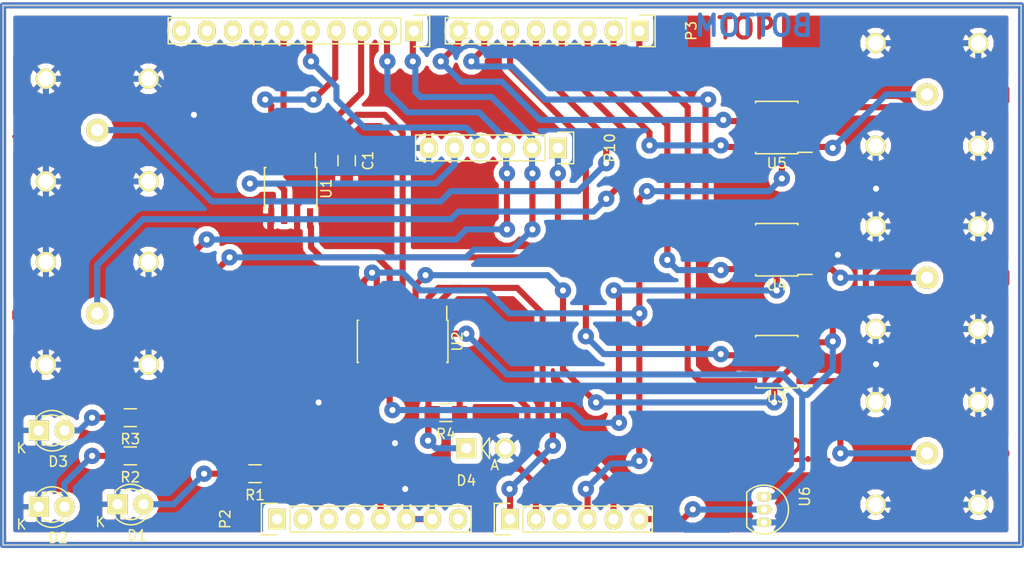
<source format=kicad_pcb>
(kicad_pcb (version 4) (host pcbnew 4.0.2+dfsg1-stable)
  (layers (0 F.Cu signal) (31 B.Cu signal) (34 B.Paste user) (35 F.Paste user) (36 B.SilkS user) (37 F.SilkS user) (38 B.Mask user) (39 F.Mask user) (44 Edge.Cuts user))
  (net 0 "")
  (net 1 GND)
  (net 2 /DAC0)
  (net 3 "Net-(D1-Pad2)")
  (net 4 "Net-(D2-Pad2)")
  (net 5 "Net-(D3-Pad2)")
  (net 6 "Net-(D4-Pad1)")
  (net 7 /BNC0)
  (net 8 /BNC1)
  (net 9 /BNC2)
  (net 10 /AI0)
  (net 11 /D0)
  (net 12 /AI1)
  (net 13 /D1)
  (net 14 /D2)
  (net 15 /D3)
  (net 16 /D4)
  (net 17 /D5)
  (net 18 /D6)
  (net 19 /D7)
  (net 20 /D8)
  (net 21 /D9)
  (net 22 /AD5)
  (net 23 /D10)
  (net 24 /AD0)
  (net 25 /AD1)
  (net 26 /AD4)
  (net 27 +5V)
  (net 28 /D11)
  (net 29 /D12)
  (net 30 /D13)
  (net 31 /DAC1)
  (net 32 "Net-(U1-Pad8)")
  (module LEDs:LED-3MM (layer F.Cu) (at 111.25 149)
    (fp_text reference D1 (at 1.91 3.06) (layer F.SilkS))
    (fp_text value LED)
    (fp_text user K (at -1.69 1.74) (layer F.SilkS))
    (pad 1 thru_hole rect (at 0 0 90) (size 2 2) (drill 1.00076) (layers *.Cu *.Mask F.SilkS) (net 1 GND))
    (pad 2 thru_hole circle (at 2.54 0) (size 2 2) (drill 1.00076) (layers *.Cu *.Mask F.SilkS) (net 3 "Net-(D1-Pad2)"))
  )
  (module LEDs:LED-3MM (layer F.Cu) (at 103.5 149.25)
    (fp_text reference D2 (at 1.91 3.06) (layer F.SilkS))
    (fp_text value LED)
    (fp_text user K (at -1.69 1.74) (layer F.SilkS))
    (pad 1 thru_hole rect (at 0 0 90) (size 2 2) (drill 1.00076) (layers *.Cu *.Mask F.SilkS) (net 1 GND))
    (pad 2 thru_hole circle (at 2.54 0) (size 2 2) (drill 1.00076) (layers *.Cu *.Mask F.SilkS) (net 4 "Net-(D2-Pad2)"))
  )
  (module LEDs:LED-3MM (layer F.Cu) (at 103.5 141.75)
    (fp_text reference D3 (at 1.91 3.06) (layer F.SilkS))
    (fp_text value LED)
    (fp_text user K (at -1.69 1.74) (layer F.SilkS))
    (pad 1 thru_hole rect (at 0 0 90) (size 2 2) (drill 1.00076) (layers *.Cu *.Mask F.SilkS) (net 1 GND))
    (pad 2 thru_hole circle (at 2.54 0) (size 2 2) (drill 1.00076) (layers *.Cu *.Mask F.SilkS) (net 5 "Net-(D3-Pad2)"))
  )
  (module Diodes_ThroughHole:Diode_DO-41_SOD81_Vertical_AnodeUp (layer F.Cu) (at 145.5 143.5)
    (fp_text reference D4 (at 0 3.175) (layer F.SilkS))
    (fp_text value photodiode)
    (fp_text user A (at 2.794 1.651) (layer F.SilkS))
    (pad 2 thru_hole circle (at 3.81 0) (size 1.99898 1.99898) (drill 1.27) (layers *.Cu *.Mask F.SilkS) (net 1 GND))
    (pad 1 thru_hole rect (at 0 0) (size 1.99898 1.99898) (drill 1.00076) (layers *.Cu *.Mask F.SilkS) (net 6 "Net-(D4-Pad1)"))
  )
  (module Pin_Headers:Pin_Header_Straight_1x08 (layer F.Cu) (at 126.92 150.46 90)
    (fp_text reference P2 (at 0 -5.1 90) (layer F.SilkS))
    (fp_text value Power)
    (pad 1 thru_hole rect (at 0 0 90) (size 2.032 1.7272) (drill 1.016) (layers *.Cu *.Mask F.SilkS))
    (pad 2 thru_hole oval (at 0 2.54 90) (size 2.032 1.7272) (drill 1.016) (layers *.Cu *.Mask F.SilkS))
    (pad 3 thru_hole oval (at 0 5.08 90) (size 2.032 1.7272) (drill 1.016) (layers *.Cu *.Mask F.SilkS))
    (pad 4 thru_hole oval (at 0 7.62 90) (size 2.032 1.7272) (drill 1.016) (layers *.Cu *.Mask F.SilkS))
    (pad 5 thru_hole oval (at 0 10.16 90) (size 2.032 1.7272) (drill 1.016) (layers *.Cu *.Mask F.SilkS) (net 27 +5V))
    (pad 6 thru_hole oval (at 0 12.7 90) (size 2.032 1.7272) (drill 1.016) (layers *.Cu *.Mask F.SilkS) (net 1 GND))
    (pad 7 thru_hole oval (at 0 15.24 90) (size 2.032 1.7272) (drill 1.016) (layers *.Cu *.Mask F.SilkS) (net 1 GND))
    (pad 8 thru_hole oval (at 0 17.78 90) (size 2.032 1.7272) (drill 1.016) (layers *.Cu *.Mask F.SilkS))
  )
  (module Pin_Headers:Pin_Header_Straight_1x08 (layer F.Cu) (at 162.5 102.5 270)
    (fp_text reference P3 (at 0 -5.1 270) (layer F.SilkS))
    (fp_text value Digital1)
    (pad 1 thru_hole rect (at 0 0 270) (size 2.032 1.7272) (drill 1.016) (layers *.Cu *.Mask F.SilkS) (net 11 /D0))
    (pad 2 thru_hole oval (at 0 2.54 270) (size 2.032 1.7272) (drill 1.016) (layers *.Cu *.Mask F.SilkS) (net 13 /D1))
    (pad 3 thru_hole oval (at 0 5.08 270) (size 2.032 1.7272) (drill 1.016) (layers *.Cu *.Mask F.SilkS) (net 14 /D2))
    (pad 4 thru_hole oval (at 0 7.62 270) (size 2.032 1.7272) (drill 1.016) (layers *.Cu *.Mask F.SilkS) (net 15 /D3))
    (pad 5 thru_hole oval (at 0 10.16 270) (size 2.032 1.7272) (drill 1.016) (layers *.Cu *.Mask F.SilkS) (net 16 /D4))
    (pad 6 thru_hole oval (at 0 12.7 270) (size 2.032 1.7272) (drill 1.016) (layers *.Cu *.Mask F.SilkS) (net 17 /D5))
    (pad 7 thru_hole oval (at 0 15.24 270) (size 2.032 1.7272) (drill 1.016) (layers *.Cu *.Mask F.SilkS) (net 18 /D6))
    (pad 8 thru_hole oval (at 0 17.78 270) (size 2.032 1.7272) (drill 1.016) (layers *.Cu *.Mask F.SilkS) (net 19 /D7))
  )
  (module Pin_Headers:Pin_Header_Straight_1x10 (layer F.Cu) (at 140.35 102.5 270)
    (fp_text reference P4 (at 0 -5.1 270) (layer F.SilkS))
    (fp_text value Digital2)
    (pad 1 thru_hole rect (at 0 0 270) (size 2.032 1.7272) (drill 1.016) (layers *.Cu *.Mask F.SilkS) (net 20 /D8))
    (pad 2 thru_hole oval (at 0 2.54 270) (size 2.032 1.7272) (drill 1.016) (layers *.Cu *.Mask F.SilkS) (net 21 /D9))
    (pad 3 thru_hole oval (at 0 5.08 270) (size 2.032 1.7272) (drill 1.016) (layers *.Cu *.Mask F.SilkS) (net 23 /D10))
    (pad 4 thru_hole oval (at 0 7.62 270) (size 2.032 1.7272) (drill 1.016) (layers *.Cu *.Mask F.SilkS) (net 28 /D11))
    (pad 5 thru_hole oval (at 0 10.16 270) (size 2.032 1.7272) (drill 1.016) (layers *.Cu *.Mask F.SilkS) (net 29 /D12))
    (pad 6 thru_hole oval (at 0 12.7 270) (size 2.032 1.7272) (drill 1.016) (layers *.Cu *.Mask F.SilkS) (net 30 /D13))
    (pad 7 thru_hole oval (at 0 15.24 270) (size 2.032 1.7272) (drill 1.016) (layers *.Cu *.Mask F.SilkS) (net 1 GND))
    (pad 8 thru_hole oval (at 0 17.78 270) (size 2.032 1.7272) (drill 1.016) (layers *.Cu *.Mask F.SilkS))
    (pad 9 thru_hole oval (at 0 20.32 270) (size 2.032 1.7272) (drill 1.016) (layers *.Cu *.Mask F.SilkS))
    (pad 10 thru_hole oval (at 0 22.86 270) (size 2.032 1.7272) (drill 1.016) (layers *.Cu *.Mask F.SilkS))
  )
  (module Pin_Headers:Pin_Header_Straight_1x06 (layer F.Cu) (at 149.8 150.46 90)
    (fp_text reference P1 (at 0 -5.1 90) (layer F.SilkS))
    (fp_text value AnalogIn)
    (pad 1 thru_hole rect (at 0 0 90) (size 2.032 1.7272) (drill 1.016) (layers *.Cu *.Mask F.SilkS) (net 24 /AD0))
    (pad 2 thru_hole oval (at 0 2.54 90) (size 2.032 1.7272) (drill 1.016) (layers *.Cu *.Mask F.SilkS) (net 25 /AD1))
    (pad 3 thru_hole oval (at 0 5.08 90) (size 2.032 1.7272) (drill 1.016) (layers *.Cu *.Mask F.SilkS))
    (pad 4 thru_hole oval (at 0 7.62 90) (size 2.032 1.7272) (drill 1.016) (layers *.Cu *.Mask F.SilkS) (net 2 /DAC0))
    (pad 5 thru_hole oval (at 0 10.16 90) (size 2.032 1.7272) (drill 1.016) (layers *.Cu *.Mask F.SilkS) (net 26 /AD4))
    (pad 6 thru_hole oval (at 0 12.7 90) (size 2.032 1.7272) (drill 1.016) (layers *.Cu *.Mask F.SilkS) (net 22 /AD5))
  )
  (module Capacitors_SMD:C_0805_HandSoldering (layer F.Cu) (at 133.75 115.25 270)
    (fp_text reference C1 (at 0 -2.1 270) (layer F.SilkS))
    (fp_text value 100n)
    (pad 1 smd rect (at -1.25 0 270) (size 1.5 1.25) (layers F.Cu F.Paste F.Mask) (net 27 +5V))
    (pad 2 smd rect (at 1.25 0 270) (size 1.5 1.25) (layers F.Cu F.Paste F.Mask) (net 1 GND))
  )
  (module Pin_Headers:Pin_Header_Straight_1x06 (layer F.Cu) (at 154.5 114 270)
    (fp_text reference P10 (at 0 -5.1 270) (layer F.SilkS))
    (fp_text value CONN_01X06)
    (pad 1 thru_hole rect (at 0 0 270) (size 2.032 1.7272) (drill 1.016) (layers *.Cu *.Mask F.SilkS) (net 27 +5V))
    (pad 2 thru_hole oval (at 0 2.54 270) (size 2.032 1.7272) (drill 1.016) (layers *.Cu *.Mask F.SilkS) (net 20 /D8))
    (pad 3 thru_hole oval (at 0 5.08 270) (size 2.032 1.7272) (drill 1.016) (layers *.Cu *.Mask F.SilkS) (net 21 /D9))
    (pad 4 thru_hole oval (at 0 7.62 270) (size 2.032 1.7272) (drill 1.016) (layers *.Cu *.Mask F.SilkS) (net 29 /D12))
    (pad 5 thru_hole oval (at 0 10.16 270) (size 2.032 1.7272) (drill 1.016) (layers *.Cu *.Mask F.SilkS) (net 31 /DAC1))
    (pad 6 thru_hole oval (at 0 12.7 270) (size 2.032 1.7272) (drill 1.016) (layers *.Cu *.Mask F.SilkS) (net 1 GND))
  )
  (module Resistors_SMD:R_0805_HandSoldering (layer F.Cu) (at 124.75 146 180)
    (fp_text reference R1 (at 0 -2.1 180) (layer F.SilkS))
    (fp_text value 330)
    (pad 1 smd rect (at -1.35 0 180) (size 1.5 1.3) (layers F.Cu F.Paste F.Mask) (net 27 +5V))
    (pad 2 smd rect (at 1.35 0 180) (size 1.5 1.3) (layers F.Cu F.Paste F.Mask) (net 3 "Net-(D1-Pad2)"))
  )
  (module Resistors_SMD:R_0805_HandSoldering (layer F.Cu) (at 112.5 144.25 180)
    (fp_text reference R2 (at 0 -2.1 180) (layer F.SilkS))
    (fp_text value 330)
    (pad 1 smd rect (at -1.35 0 180) (size 1.5 1.3) (layers F.Cu F.Paste F.Mask) (net 20 /D8))
    (pad 2 smd rect (at 1.35 0 180) (size 1.5 1.3) (layers F.Cu F.Paste F.Mask) (net 4 "Net-(D2-Pad2)"))
  )
  (module Resistors_SMD:R_0805_HandSoldering (layer F.Cu) (at 112.5 140.5 180)
    (fp_text reference R3 (at 0 -2.1 180) (layer F.SilkS))
    (fp_text value 330)
    (pad 1 smd rect (at -1.35 0 180) (size 1.5 1.3) (layers F.Cu F.Paste F.Mask) (net 21 /D9))
    (pad 2 smd rect (at 1.35 0 180) (size 1.5 1.3) (layers F.Cu F.Paste F.Mask) (net 5 "Net-(D3-Pad2)"))
  )
  (module Resistors_SMD:R_0805_HandSoldering (layer F.Cu) (at 143.5 140 180)
    (fp_text reference R4 (at 0 -2.1 180) (layer F.SilkS))
    (fp_text value 47k)
    (pad 1 smd rect (at -1.35 0 180) (size 1.5 1.3) (layers F.Cu F.Paste F.Mask) (net 26 /AD4))
    (pad 2 smd rect (at 1.35 0 180) (size 1.5 1.3) (layers F.Cu F.Paste F.Mask) (net 6 "Net-(D4-Pad1)"))
  )
  (module Housings_SOIC:SOIC-8_3.9x4.9mm_Pitch1.27mm (layer F.Cu) (at 128.25 118 270)
    (fp_text reference U1 (at 0 -3.5 270) (layer F.SilkS))
    (fp_text value MCP4812)
    (pad 1 smd rect (at -2.7 -1.905 270) (size 1.55 0.6) (layers F.Cu F.Paste F.Mask) (net 27 +5V))
    (pad 2 smd rect (at -2.7 -0.635 270) (size 1.55 0.6) (layers F.Cu F.Paste F.Mask) (net 23 /D10))
    (pad 3 smd rect (at -2.7 0.635 270) (size 1.55 0.6) (layers F.Cu F.Paste F.Mask) (net 30 /D13))
    (pad 4 smd rect (at -2.7 1.905 270) (size 1.55 0.6) (layers F.Cu F.Paste F.Mask) (net 28 /D11))
    (pad 5 smd rect (at 2.7 1.905 270) (size 1.55 0.6) (layers F.Cu F.Paste F.Mask) (net 1 GND))
    (pad 6 smd rect (at 2.7 0.635 270) (size 1.55 0.6) (layers F.Cu F.Paste F.Mask) (net 31 /DAC1))
    (pad 7 smd rect (at 2.7 -0.635 270) (size 1.55 0.6) (layers F.Cu F.Paste F.Mask) (net 1 GND))
    (pad 8 smd rect (at 2.7 -1.905 270) (size 1.55 0.6) (layers F.Cu F.Paste F.Mask) (net 32 "Net-(U1-Pad8)"))
  )
  (module Housings_SOIC:SOIC-14_3.9x8.7mm_Pitch1.27mm (layer F.Cu) (at 139.25 133 270)
    (fp_text reference U2 (at 0 -5.375 270) (layer F.SilkS))
    (fp_text value LM324)
    (pad 1 smd rect (at -2.7 -3.81 270) (size 1.5 0.6) (layers F.Cu F.Paste F.Mask) (net 24 /AD0))
    (pad 2 smd rect (at -2.7 -2.54 270) (size 1.5 0.6) (layers F.Cu F.Paste F.Mask) (net 24 /AD0))
    (pad 3 smd rect (at -2.7 -1.27 270) (size 1.5 0.6) (layers F.Cu F.Paste F.Mask) (net 10 /AI0))
    (pad 4 smd rect (at -2.7 0 270) (size 1.5 0.6) (layers F.Cu F.Paste F.Mask) (net 27 +5V))
    (pad 5 smd rect (at -2.7 1.27 270) (size 1.5 0.6) (layers F.Cu F.Paste F.Mask) (net 32 "Net-(U1-Pad8)"))
    (pad 6 smd rect (at -2.7 2.54 270) (size 1.5 0.6) (layers F.Cu F.Paste F.Mask) (net 2 /DAC0))
    (pad 7 smd rect (at -2.7 3.81 270) (size 1.5 0.6) (layers F.Cu F.Paste F.Mask) (net 2 /DAC0))
    (pad 8 smd rect (at 2.7 3.81 270) (size 1.5 0.6) (layers F.Cu F.Paste F.Mask) (net 25 /AD1))
    (pad 9 smd rect (at 2.7 2.54 270) (size 1.5 0.6) (layers F.Cu F.Paste F.Mask) (net 25 /AD1))
    (pad 10 smd rect (at 2.7 1.27 270) (size 1.5 0.6) (layers F.Cu F.Paste F.Mask) (net 12 /AI1))
    (pad 11 smd rect (at 2.7 0 270) (size 1.5 0.6) (layers F.Cu F.Paste F.Mask) (net 1 GND))
    (pad 12 smd rect (at 2.7 -1.27 270) (size 1.5 0.6) (layers F.Cu F.Paste F.Mask) (net 1 GND))
    (pad 13 smd rect (at 2.7 -2.54 270) (size 1.5 0.6) (layers F.Cu F.Paste F.Mask) (net 6 "Net-(D4-Pad1)"))
    (pad 14 smd rect (at 2.7 -3.81 270) (size 1.5 0.6) (layers F.Cu F.Paste F.Mask) (net 26 /AD4))
  )
  (module Housings_SOIC:SOIC-8_3.9x4.9mm_Pitch1.27mm (layer F.Cu) (at 176 135 180)
    (fp_text reference U3 (at 0 -3.5 180) (layer F.SilkS))
    (fp_text value ADG419)
    (pad 1 smd rect (at -2.7 -1.905 180) (size 1.55 0.6) (layers F.Cu F.Paste F.Mask) (net 7 /BNC0))
    (pad 2 smd rect (at -2.7 -0.635 180) (size 1.55 0.6) (layers F.Cu F.Paste F.Mask) (net 10 /AI0))
    (pad 3 smd rect (at -2.7 0.635 180) (size 1.55 0.6) (layers F.Cu F.Paste F.Mask) (net 1 GND))
    (pad 4 smd rect (at -2.7 1.905 180) (size 1.55 0.6) (layers F.Cu F.Paste F.Mask) (net 27 +5V))
    (pad 5 smd rect (at 2.7 1.905 180) (size 1.55 0.6) (layers F.Cu F.Paste F.Mask) (net 27 +5V))
    (pad 6 smd rect (at 2.7 0.635 180) (size 1.55 0.6) (layers F.Cu F.Paste F.Mask) (net 17 /D5))
    (pad 7 smd rect (at 2.7 -0.635 180) (size 1.55 0.6) (layers F.Cu F.Paste F.Mask) (net 1 GND))
    (pad 8 smd rect (at 2.7 -1.905 180) (size 1.55 0.6) (layers F.Cu F.Paste F.Mask) (net 11 /D0))
  )
  (module Housings_SOIC:SOIC-8_3.9x4.9mm_Pitch1.27mm (layer F.Cu) (at 176 124 180)
    (fp_text reference U4 (at 0 -3.5 180) (layer F.SilkS))
    (fp_text value ADG419)
    (pad 1 smd rect (at -2.7 -1.905 180) (size 1.55 0.6) (layers F.Cu F.Paste F.Mask) (net 8 /BNC1))
    (pad 2 smd rect (at -2.7 -0.635 180) (size 1.55 0.6) (layers F.Cu F.Paste F.Mask) (net 12 /AI1))
    (pad 3 smd rect (at -2.7 0.635 180) (size 1.55 0.6) (layers F.Cu F.Paste F.Mask) (net 1 GND))
    (pad 4 smd rect (at -2.7 1.905 180) (size 1.55 0.6) (layers F.Cu F.Paste F.Mask) (net 27 +5V))
    (pad 5 smd rect (at 2.7 1.905 180) (size 1.55 0.6) (layers F.Cu F.Paste F.Mask) (net 27 +5V))
    (pad 6 smd rect (at 2.7 0.635 180) (size 1.55 0.6) (layers F.Cu F.Paste F.Mask) (net 18 /D6))
    (pad 7 smd rect (at 2.7 -0.635 180) (size 1.55 0.6) (layers F.Cu F.Paste F.Mask) (net 1 GND))
    (pad 8 smd rect (at 2.7 -1.905 180) (size 1.55 0.6) (layers F.Cu F.Paste F.Mask) (net 13 /D1))
  )
  (module Housings_SOIC:SOIC-8_3.9x4.9mm_Pitch1.27mm (layer F.Cu) (at 176 112 180)
    (fp_text reference U5 (at 0 -3.5 180) (layer F.SilkS))
    (fp_text value ADG419)
    (pad 1 smd rect (at -2.7 -1.905 180) (size 1.55 0.6) (layers F.Cu F.Paste F.Mask) (net 9 /BNC2))
    (pad 2 smd rect (at -2.7 -0.635 180) (size 1.55 0.6) (layers F.Cu F.Paste F.Mask) (net 2 /DAC0))
    (pad 3 smd rect (at -2.7 0.635 180) (size 1.55 0.6) (layers F.Cu F.Paste F.Mask) (net 1 GND))
    (pad 4 smd rect (at -2.7 1.905 180) (size 1.55 0.6) (layers F.Cu F.Paste F.Mask) (net 27 +5V))
    (pad 5 smd rect (at 2.7 1.905 180) (size 1.55 0.6) (layers F.Cu F.Paste F.Mask) (net 27 +5V))
    (pad 6 smd rect (at 2.7 0.635 180) (size 1.55 0.6) (layers F.Cu F.Paste F.Mask) (net 19 /D7))
    (pad 7 smd rect (at 2.7 -0.635 180) (size 1.55 0.6) (layers F.Cu F.Paste F.Mask) (net 1 GND))
    (pad 8 smd rect (at 2.7 -1.905 180) (size 1.55 0.6) (layers F.Cu F.Paste F.Mask) (net 14 /D2))
  )
  (module TO_SOT_Packages_THT:TO-92_Inline_Narrow_Oval (layer F.Cu) (at 174.75 148.25 270)
    (fp_text reference U6 (at 0 -4 270) (layer F.SilkS))
    (fp_text value MCP9700T-E/TT)
    (pad 2 thru_hole oval (at 1.27 0 90) (size 0.89916 1.50114) (drill 0.6) (layers *.Cu *.Mask F.SilkS) (net 22 /AD5))
    (pad 3 thru_hole oval (at 2.54 0 90) (size 0.89916 1.50114) (drill 0.6) (layers *.Cu *.Mask F.SilkS) (net 1 GND))
    (pad 1 thru_hole oval (at 0 0 90) (size 0.89916 1.50114) (drill 0.6) (layers *.Cu *.Mask F.SilkS) (net 27 +5V))
  )
  (module rzfp:bnc (layer F.Cu) (at 109.25 112.25)
    (fp_text reference P9 (at 0 0.5) (layer F.SilkS))
    (fp_text value BNC)
    (pad 1 thru_hole circle (at 0 0) (size 2.2 2.2) (drill 1.2) (layers *.Cu *.Mask F.SilkS) (net 16 /D4))
    (pad 2 thru_hole circle (at -5.04 -5.04) (size 2 2) (drill 1.5) (layers *.Cu *.Mask F.SilkS) (net 1 GND))
    (pad 2 thru_hole circle (at 5.04 -5.04) (size 2 2) (drill 1.5) (layers *.Cu *.Mask F.SilkS) (net 1 GND))
    (pad 2 thru_hole circle (at -5.04 5.04) (size 2 2) (drill 1.5) (layers *.Cu *.Mask F.SilkS) (net 1 GND))
    (pad 2 thru_hole circle (at 5.04 5.04) (size 2 2) (drill 1.5) (layers *.Cu *.Mask F.SilkS) (net 1 GND))
  )
  (module rzfp:bnc (layer F.Cu) (at 109.25 130.25)
    (fp_text reference P8 (at 0 0.5) (layer F.SilkS))
    (fp_text value BNC)
    (pad 1 thru_hole circle (at 0 0) (size 2.2 2.2) (drill 1.2) (layers *.Cu *.Mask F.SilkS) (net 15 /D3))
    (pad 2 thru_hole circle (at -5.04 -5.04) (size 2 2) (drill 1.5) (layers *.Cu *.Mask F.SilkS) (net 1 GND))
    (pad 2 thru_hole circle (at 5.04 -5.04) (size 2 2) (drill 1.5) (layers *.Cu *.Mask F.SilkS) (net 1 GND))
    (pad 2 thru_hole circle (at -5.04 5.04) (size 2 2) (drill 1.5) (layers *.Cu *.Mask F.SilkS) (net 1 GND))
    (pad 2 thru_hole circle (at 5.04 5.04) (size 2 2) (drill 1.5) (layers *.Cu *.Mask F.SilkS) (net 1 GND))
  )
  (module rzfp:bnc (layer F.Cu) (at 190.75 108.75)
    (fp_text reference P7 (at 0 0.5) (layer F.SilkS))
    (fp_text value BNC)
    (pad 1 thru_hole circle (at 0 0) (size 2.2 2.2) (drill 1.2) (layers *.Cu *.Mask F.SilkS) (net 9 /BNC2))
    (pad 2 thru_hole circle (at -5.04 -5.04) (size 2 2) (drill 1.5) (layers *.Cu *.Mask F.SilkS) (net 1 GND))
    (pad 2 thru_hole circle (at 5.04 -5.04) (size 2 2) (drill 1.5) (layers *.Cu *.Mask F.SilkS) (net 1 GND))
    (pad 2 thru_hole circle (at -5.04 5.04) (size 2 2) (drill 1.5) (layers *.Cu *.Mask F.SilkS) (net 1 GND))
    (pad 2 thru_hole circle (at 5.04 5.04) (size 2 2) (drill 1.5) (layers *.Cu *.Mask F.SilkS) (net 1 GND))
  )
  (module rzfp:bnc (layer F.Cu) (at 190.75 126.75)
    (fp_text reference P6 (at 0 0.5) (layer F.SilkS))
    (fp_text value BNC)
    (pad 1 thru_hole circle (at 0 0) (size 2.2 2.2) (drill 1.2) (layers *.Cu *.Mask F.SilkS) (net 8 /BNC1))
    (pad 2 thru_hole circle (at -5.04 -5.04) (size 2 2) (drill 1.5) (layers *.Cu *.Mask F.SilkS) (net 1 GND))
    (pad 2 thru_hole circle (at 5.04 -5.04) (size 2 2) (drill 1.5) (layers *.Cu *.Mask F.SilkS) (net 1 GND))
    (pad 2 thru_hole circle (at -5.04 5.04) (size 2 2) (drill 1.5) (layers *.Cu *.Mask F.SilkS) (net 1 GND))
    (pad 2 thru_hole circle (at 5.04 5.04) (size 2 2) (drill 1.5) (layers *.Cu *.Mask F.SilkS) (net 1 GND))
  )
  (module rzfp:bnc (layer F.Cu) (at 190.75 144)
    (fp_text reference P5 (at 0 0.5) (layer F.SilkS))
    (fp_text value BNC)
    (pad 1 thru_hole circle (at 0 0) (size 2.2 2.2) (drill 1.2) (layers *.Cu *.Mask F.SilkS) (net 7 /BNC0))
    (pad 2 thru_hole circle (at -5.04 -5.04) (size 2 2) (drill 1.5) (layers *.Cu *.Mask F.SilkS) (net 1 GND))
    (pad 2 thru_hole circle (at 5.04 -5.04) (size 2 2) (drill 1.5) (layers *.Cu *.Mask F.SilkS) (net 1 GND))
    (pad 2 thru_hole circle (at -5.04 5.04) (size 2 2) (drill 1.5) (layers *.Cu *.Mask F.SilkS) (net 1 GND))
    (pad 2 thru_hole circle (at 5.04 5.04) (size 2 2) (drill 1.5) (layers *.Cu *.Mask F.SilkS) (net 1 GND))
  )
  (gr_text 0 (at 197.75 144 90) (layer F.Cu) (effects (font (size 2 2) (thickness 0.4))))
  (gr_text 1 (at 197.75 126.75 90) (layer F.Cu) (effects (font (size 2 2) (thickness 0.4))))
  (gr_text 2 (at 197.75 108.75 90) (layer F.Cu) (effects (font (size 2 2) (thickness 0.4))))
  (gr_text 3 (at 102 130.5 270) (layer F.Cu) (effects (font (size 2 2) (thickness 0.4))))
  (gr_text 4 (at 102 112.5 270) (layer F.Cu) (effects (font (size 2 2) (thickness 0.4))))
  (gr_text "ADDON V2.1" (at 172.5 143.75) (layer F.Cu) (effects (font (size 2 2) (thickness 0.4))))
  (gr_text BOTTOM (at 173.75 102) (layer B.Cu) (effects (font (size 2 2) (thickness 0.4)) (justify mirror)))
  (gr_text TOP (at 173 102.25) (layer F.Cu) (effects (font (size 2 2) (thickness 0.4))))
  (gr_text "RZ 2017\n" (at 108.5 102.75) (layer F.Cu) (effects (font (size 2 2) (thickness 0.4))))
  (gr_line (start 100 100) (end 200 100) (angle 90) (layer Edge.Cuts) (width 0.15))
  (gr_line (start 200 100) (end 200 153) (angle 90) (layer Edge.Cuts) (width 0.15))
  (gr_line (start 100 153) (end 200 153) (angle 90) (layer Edge.Cuts) (width 0.15))
  (gr_line (start 100 100) (end 100 153) (angle 90) (layer Edge.Cuts) (width 0.15))
  (segment (start 200 100) (end 200 153) (width 0.6) (layer B.Cu) (net 0))
  (segment (start 100 100) (end 200 100) (width 0.6) (layer B.Cu) (net 0))
  (segment (start 100 153) (end 100 100) (width 0.6) (layer B.Cu) (net 0))
  (segment (start 200 153) (end 100 153) (width 0.6) (layer B.Cu) (net 0))
  (segment (start 200 100) (end 200 153) (width 0.6) (layer F.Cu) (net 0))
  (segment (start 100 100) (end 200 100) (width 0.6) (layer F.Cu) (net 0))
  (segment (start 100 153) (end 100 100) (width 0.6) (layer F.Cu) (net 0))
  (segment (start 200 153) (end 100 153) (width 0.6) (layer F.Cu) (net 0))
  (segment (start 114.29 117.29) (end 104.21 117.29) (width 0.6) (layer B.Cu) (net 1))
  (segment (start 114.29 135.29) (end 114.29 125.21) (width 0.6) (layer B.Cu) (net 1))
  (segment (start 104.21 135.29) (end 104.21 107.21) (width 0.6) (layer B.Cu) (net 1))
  (segment (start 104.21 107.21) (end 114.29 107.21) (width 0.6) (layer B.Cu) (net 1))
  (segment (start 114.29 107.21) (end 114.33 107.25) (width 0.6) (layer B.Cu) (net 1))
  (segment (start 114.33 107.25) (end 115.25 107.25) (width 0.6) (layer B.Cu) (net 1))
  (segment (start 115.25 107.25) (end 118.75 110.75) (width 0.6) (layer B.Cu) (net 1))
  (segment (start 103.5 149.25) (end 103.5 136) (width 0.6) (layer B.Cu) (net 1))
  (segment (start 103.5 136) (end 104.21 135.29) (width 0.6) (layer B.Cu) (net 1))
  (segment (start 111.25 149) (end 111.25 138.33) (width 0.6) (layer B.Cu) (net 1))
  (segment (start 111.25 138.33) (end 114.29 135.29) (width 0.6) (layer B.Cu) (net 1))
  (segment (start 114.29 135.29) (end 104.21 135.29) (width 0.6) (layer B.Cu) (net 1))
  (segment (start 114.29 135.29) (end 117.5 138.5) (width 0.6) (layer B.Cu) (net 1))
  (segment (start 117.5 138.5) (end 118 139) (width 0.6) (layer B.Cu) (net 1))
  (segment (start 118 139) (end 119 139) (width 0.6) (layer B.Cu) (net 1))
  (segment (start 183.75 124.5) (end 185 124.5) (width 0.6) (layer B.Cu) (net 1))
  (segment (start 180.865 123.365) (end 182 124.5) (width 0.6) (layer F.Cu) (net 1))
  (via (at 182 124.5) (size 1.6) (drill 0.6) (layers F.Cu B.Cu) (net 1))
  (segment (start 182 124.5) (end 183.75 124.5) (width 0.6) (layer B.Cu) (net 1))
  (segment (start 178.7 123.365) (end 180.865 123.365) (width 0.6) (layer F.Cu) (net 1))
  (segment (start 185.71 123.79) (end 185.71 121.71) (width 0.6) (layer B.Cu) (net 1))
  (segment (start 185 124.5) (end 185.71 123.79) (width 0.6) (layer B.Cu) (net 1))
  (segment (start 185.5 111.365) (end 186.865 111.365) (width 0.6) (layer F.Cu) (net 1))
  (via (at 185.75 118) (size 1.6) (drill 0.6) (layers F.Cu B.Cu) (net 1))
  (segment (start 188.5 115.25) (end 185.75 118) (width 0.6) (layer F.Cu) (net 1))
  (segment (start 188.5 113) (end 188.5 115.25) (width 0.6) (layer F.Cu) (net 1))
  (segment (start 186.865 111.365) (end 188.5 113) (width 0.6) (layer F.Cu) (net 1))
  (segment (start 185.75 118) (end 185.71 118) (width 0.6) (layer B.Cu) (net 1))
  (segment (start 185.71 118) (end 185.75 118) (width 0.6) (layer B.Cu) (net 1))
  (segment (start 185.75 118) (end 185.71 118) (width 0.6) (layer B.Cu) (net 1))
  (segment (start 185.71 121.71) (end 195.79 121.71) (width 0.6) (layer B.Cu) (net 1))
  (segment (start 185.71 113.79) (end 185.71 118) (width 0.6) (layer B.Cu) (net 1))
  (segment (start 185.71 118) (end 185.71 121.71) (width 0.6) (layer B.Cu) (net 1))
  (segment (start 182.75 135.25) (end 185.75 135.25) (width 0.6) (layer F.Cu) (net 1))
  (via (at 185.75 135.25) (size 1.6) (drill 0.6) (layers F.Cu B.Cu) (net 1))
  (segment (start 185.75 135.25) (end 185.71 135.25) (width 0.6) (layer B.Cu) (net 1))
  (segment (start 185.71 135.25) (end 185.75 135.25) (width 0.6) (layer B.Cu) (net 1))
  (segment (start 185.75 135.25) (end 185.71 135.25) (width 0.6) (layer B.Cu) (net 1))
  (segment (start 185.71 131.79) (end 185.71 135.25) (width 0.6) (layer B.Cu) (net 1))
  (segment (start 185.71 135.25) (end 185.71 138.96) (width 0.6) (layer B.Cu) (net 1))
  (segment (start 195.79 131.79) (end 185.71 131.79) (width 0.6) (layer B.Cu) (net 1))
  (segment (start 185.71 149.04) (end 195.79 149.04) (width 0.6) (layer B.Cu) (net 1))
  (segment (start 195.79 149.04) (end 195.79 138.96) (width 0.6) (layer B.Cu) (net 1))
  (segment (start 195.79 138.96) (end 195.79 131.79) (width 0.6) (layer B.Cu) (net 1))
  (segment (start 195.79 131.79) (end 195.79 121.71) (width 0.6) (layer B.Cu) (net 1))
  (segment (start 195.79 121.71) (end 195.79 113.79) (width 0.6) (layer B.Cu) (net 1))
  (segment (start 195.79 113.79) (end 195.79 103.71) (width 0.6) (layer B.Cu) (net 1))
  (segment (start 195.79 103.71) (end 185.71 103.71) (width 0.6) (layer B.Cu) (net 1))
  (segment (start 185.71 149.04) (end 183.96 150.79) (width 0.6) (layer B.Cu) (net 1))
  (segment (start 183.96 150.79) (end 174.75 150.79) (width 0.6) (layer B.Cu) (net 1))
  (segment (start 180 134.365) (end 178.7 134.365) (width 0.6) (layer F.Cu) (net 1))
  (segment (start 173.3 124.635) (end 174.615 124.635) (width 0.6) (layer F.Cu) (net 1))
  (segment (start 175.885 123.365) (end 178.7 123.365) (width 0.6) (layer F.Cu) (net 1))
  (segment (start 174.615 124.635) (end 175.885 123.365) (width 0.6) (layer F.Cu) (net 1))
  (segment (start 178.7 111.365) (end 185.5 111.365) (width 0.6) (layer F.Cu) (net 1))
  (segment (start 173.3 112.635) (end 175.115 112.635) (width 0.6) (layer F.Cu) (net 1))
  (segment (start 176.385 111.365) (end 178.7 111.365) (width 0.6) (layer F.Cu) (net 1))
  (segment (start 175.115 112.635) (end 176.385 111.365) (width 0.6) (layer F.Cu) (net 1))
  (segment (start 173.3 135.635) (end 174.865 135.635) (width 0.6) (layer F.Cu) (net 1))
  (segment (start 174.865 135.635) (end 176.135 134.365) (width 0.6) (layer F.Cu) (net 1))
  (segment (start 176.135 134.365) (end 180 134.365) (width 0.6) (layer F.Cu) (net 1))
  (segment (start 180 134.365) (end 180.115 134.365) (width 0.6) (layer F.Cu) (net 1))
  (segment (start 180.115 134.365) (end 181 135.25) (width 0.6) (layer F.Cu) (net 1))
  (segment (start 181 135.25) (end 182.75 135.25) (width 0.6) (layer F.Cu) (net 1))
  (segment (start 182.75 135.25) (end 185.25 135.25) (width 0.6) (layer F.Cu) (net 1))
  (segment (start 165.5 146.25) (end 165.5 150) (width 0.6) (layer B.Cu) (net 1))
  (segment (start 151.5 141.25) (end 155.25 141.25) (width 0.6) (layer B.Cu) (net 1))
  (segment (start 155.25 141.25) (end 156.75 142.75) (width 0.6) (layer B.Cu) (net 1))
  (segment (start 156.75 142.75) (end 163 142.75) (width 0.6) (layer B.Cu) (net 1))
  (segment (start 163 142.75) (end 165.5 145.25) (width 0.6) (layer B.Cu) (net 1))
  (segment (start 165.5 145.25) (end 165.5 146.25) (width 0.6) (layer B.Cu) (net 1))
  (segment (start 149.31 143.44) (end 151.5 141.25) (width 0.6) (layer B.Cu) (net 1))
  (segment (start 171.96 150.79) (end 174.75 150.79) (width 0.6) (layer B.Cu) (net 1))
  (segment (start 171.25 151.5) (end 171.96 150.79) (width 0.6) (layer B.Cu) (net 1))
  (segment (start 167 151.5) (end 171.25 151.5) (width 0.6) (layer B.Cu) (net 1))
  (segment (start 165.5 150) (end 167 151.5) (width 0.6) (layer B.Cu) (net 1))
  (segment (start 149.31 143.5) (end 149.31 143.44) (width 0.6) (layer B.Cu) (net 1))
  (segment (start 139.25 135.7) (end 139.25 137) (width 0.6) (layer F.Cu) (net 1))
  (segment (start 139.25 137) (end 140.52 138.27) (width 0.6) (layer F.Cu) (net 1))
  (segment (start 136.75 144.75) (end 138.5 143) (width 0.6) (layer B.Cu) (net 1))
  (segment (start 140.52 140.98) (end 138.5 143) (width 0.6) (layer F.Cu) (net 1))
  (via (at 138.5 143) (size 1.6) (drill 0.6) (layers F.Cu B.Cu) (net 1))
  (segment (start 140.52 140.98) (end 140.52 138.27) (width 0.6) (layer F.Cu) (net 1))
  (segment (start 140.52 138.27) (end 140.52 135.7) (width 0.6) (layer F.Cu) (net 1))
  (segment (start 125.01 102.5) (end 125.01 104.49) (width 0.6) (layer F.Cu) (net 1))
  (via (at 118.75 110.75) (size 1.6) (drill 0.6) (layers F.Cu B.Cu) (net 1))
  (segment (start 125.01 104.49) (end 118.75 110.75) (width 0.6) (layer F.Cu) (net 1))
  (segment (start 139.5 147.5) (end 145.31 147.5) (width 0.6) (layer B.Cu) (net 1))
  (segment (start 145.31 147.5) (end 149.31 143.5) (width 0.6) (layer B.Cu) (net 1))
  (segment (start 131 139) (end 119.25 139) (width 0.6) (layer B.Cu) (net 1))
  (segment (start 119.25 139) (end 118 139) (width 0.6) (layer B.Cu) (net 1))
  (segment (start 141.8 114) (end 134 114) (width 0.6) (layer B.Cu) (net 1))
  (segment (start 120 112) (end 118.75 110.75) (width 0.6) (layer B.Cu) (net 1))
  (segment (start 132 112) (end 120 112) (width 0.6) (layer B.Cu) (net 1))
  (segment (start 134 114) (end 132 112) (width 0.6) (layer B.Cu) (net 1))
  (segment (start 139.62 150.46) (end 139.62 147.62) (width 0.6) (layer F.Cu) (net 1))
  (segment (start 127.5 135.5) (end 127.5 124) (width 0.6) (layer F.Cu) (net 1))
  (segment (start 131 139) (end 127.5 135.5) (width 0.6) (layer F.Cu) (net 1))
  (via (at 131 139) (size 1.6) (drill 0.6) (layers F.Cu B.Cu) (net 1))
  (segment (start 139.5 147.5) (end 136.75 144.75) (width 0.6) (layer B.Cu) (net 1))
  (segment (start 136.75 144.75) (end 131 139) (width 0.6) (layer B.Cu) (net 1))
  (via (at 139.5 147.5) (size 1.6) (drill 0.6) (layers F.Cu B.Cu) (net 1))
  (segment (start 139.62 147.62) (end 139.5 147.5) (width 0.6) (layer F.Cu) (net 1))
  (segment (start 139.62 150.46) (end 142.16 150.46) (width 0.6) (layer F.Cu) (net 1))
  (segment (start 128.885 120.7) (end 128.885 122.615) (width 0.6) (layer F.Cu) (net 1))
  (segment (start 128.885 122.615) (end 127.5 124) (width 0.6) (layer F.Cu) (net 1))
  (segment (start 126.25 122.75) (end 126.25 120.795) (width 0.6) (layer F.Cu) (net 1))
  (segment (start 127.5 124) (end 126.25 122.75) (width 0.6) (layer F.Cu) (net 1))
  (segment (start 126.25 120.795) (end 126.345 120.7) (width 0.6) (layer F.Cu) (net 1))
  (segment (start 133.75 116.5) (end 133.75 117.5) (width 0.6) (layer F.Cu) (net 1))
  (segment (start 128.885 119.615) (end 128.885 120.7) (width 0.6) (layer F.Cu) (net 1))
  (segment (start 130 118.5) (end 128.885 119.615) (width 0.6) (layer F.Cu) (net 1))
  (segment (start 132.75 118.5) (end 130 118.5) (width 0.6) (layer F.Cu) (net 1))
  (segment (start 133.75 117.5) (end 132.75 118.5) (width 0.6) (layer F.Cu) (net 1))
  (segment (start 136.71 130.3) (end 136.71 126.71) (width 0.6) (layer F.Cu) (net 2))
  (segment (start 136.71 126.71) (end 136.25 126.25) (width 0.6) (layer F.Cu) (net 2))
  (segment (start 147.5 128) (end 141 128) (width 0.6) (layer B.Cu) (net 2))
  (segment (start 147.5 128) (end 149.75 130.25) (width 0.6) (layer B.Cu) (net 2))
  (segment (start 162.5 130.25) (end 149.75 130.25) (width 0.6) (layer B.Cu) (net 2))
  (via (at 162.5 130.25) (size 1.6) (drill 0.6) (layers F.Cu B.Cu) (net 2))
  (segment (start 135.44 127.06) (end 135.44 130.3) (width 0.6) (layer F.Cu) (net 2))
  (segment (start 136.25 126.25) (end 135.44 127.06) (width 0.6) (layer F.Cu) (net 2))
  (via (at 136.25 126.25) (size 1.6) (drill 0.6) (layers F.Cu B.Cu) (net 2))
  (segment (start 139.25 126.25) (end 136.25 126.25) (width 0.6) (layer B.Cu) (net 2))
  (segment (start 141 128) (end 139.25 126.25) (width 0.6) (layer B.Cu) (net 2))
  (segment (start 157.42 150.46) (end 157.42 147.67) (width 0.6) (layer F.Cu) (net 2))
  (segment (start 157.25 147.5) (end 159.75 145) (width 0.6) (layer B.Cu) (net 2))
  (via (at 157.25 147.5) (size 1.6) (drill 0.6) (layers F.Cu B.Cu) (net 2))
  (segment (start 157.42 147.67) (end 157.25 147.5) (width 0.6) (layer F.Cu) (net 2))
  (segment (start 159.75 145) (end 160.25 145) (width 0.6) (layer B.Cu) (net 2))
  (segment (start 162.5 144.75) (end 162.5 143) (width 0.6) (layer F.Cu) (net 2))
  (via (at 162.5 144.75) (size 1.6) (drill 0.6) (layers F.Cu B.Cu) (net 2))
  (segment (start 162.25 145) (end 162.5 144.75) (width 0.6) (layer B.Cu) (net 2))
  (segment (start 159.75 145) (end 160.5 145) (width 0.6) (layer B.Cu) (net 2))
  (segment (start 160.5 145) (end 162.25 145) (width 0.6) (layer B.Cu) (net 2))
  (segment (start 162.5 130.25) (end 162.5 143) (width 0.6) (layer F.Cu) (net 2))
  (segment (start 162.5 143) (end 162.5 143.75) (width 0.6) (layer F.Cu) (net 2))
  (segment (start 162.5 130.25) (end 162.5 119) (width 0.6) (layer F.Cu) (net 2))
  (segment (start 177.615 112.635) (end 178.7 112.635) (width 0.6) (layer F.Cu) (net 2))
  (segment (start 176.5 113.75) (end 177.615 112.635) (width 0.6) (layer F.Cu) (net 2))
  (segment (start 176.5 117) (end 176.5 113.75) (width 0.6) (layer F.Cu) (net 2))
  (via (at 176.5 117) (size 1.6) (drill 0.6) (layers F.Cu B.Cu) (net 2))
  (segment (start 175.25 118.25) (end 176.5 117) (width 0.6) (layer B.Cu) (net 2))
  (segment (start 163.25 118.25) (end 175.25 118.25) (width 0.6) (layer B.Cu) (net 2))
  (via (at 163.25 118.25) (size 1.6) (drill 0.6) (layers F.Cu B.Cu) (net 2))
  (segment (start 162.5 119) (end 163.25 118.25) (width 0.6) (layer F.Cu) (net 2))
  (segment (start 123.4 146) (end 119.75 146) (width 0.6) (layer F.Cu) (net 3))
  (segment (start 116.75 149) (end 113.79 149) (width 0.6) (layer B.Cu) (net 3))
  (segment (start 119.75 146) (end 116.75 149) (width 0.6) (layer B.Cu) (net 3))
  (via (at 119.75 146) (size 1.6) (drill 0.6) (layers F.Cu B.Cu) (net 3))
  (segment (start 111.15 144.25) (end 108.75 144.25) (width 0.6) (layer F.Cu) (net 4))
  (segment (start 106.04 146.96) (end 106.04 149.25) (width 0.6) (layer B.Cu) (net 4))
  (segment (start 108.75 144.25) (end 106.04 146.96) (width 0.6) (layer B.Cu) (net 4))
  (via (at 108.75 144.25) (size 1.6) (drill 0.6) (layers F.Cu B.Cu) (net 4))
  (segment (start 111.15 140.5) (end 108.75 140.5) (width 0.6) (layer F.Cu) (net 5))
  (segment (start 107.5 141.75) (end 106.04 141.75) (width 0.6) (layer B.Cu) (net 5))
  (segment (start 108.75 140.5) (end 107.5 141.75) (width 0.6) (layer B.Cu) (net 5))
  (via (at 108.75 140.5) (size 1.6) (drill 0.6) (layers F.Cu B.Cu) (net 5))
  (segment (start 141.75 142.75) (end 141.75 140.4) (width 0.6) (layer F.Cu) (net 6))
  (segment (start 141.75 140.4) (end 142.15 140) (width 0.6) (layer F.Cu) (net 6))
  (segment (start 145.5 143.5) (end 142.5 143.5) (width 0.6) (layer B.Cu) (net 6))
  (segment (start 141.79 142.71) (end 141.79 135.7) (width 0.6) (layer F.Cu) (net 6))
  (segment (start 141.75 142.75) (end 141.79 142.71) (width 0.6) (layer F.Cu) (net 6))
  (via (at 141.75 142.75) (size 1.6) (drill 0.6) (layers F.Cu B.Cu) (net 6))
  (segment (start 142.5 143.5) (end 141.75 142.75) (width 0.6) (layer B.Cu) (net 6))
  (segment (start 181.655 136.905) (end 178.7 136.905) (width 0.6) (layer F.Cu) (net 7))
  (segment (start 182.25 137.5) (end 181.655 136.905) (width 0.6) (layer F.Cu) (net 7))
  (segment (start 182.25 144) (end 182.25 137.5) (width 0.6) (layer F.Cu) (net 7))
  (via (at 182.25 144) (size 1.6) (drill 0.6) (layers F.Cu B.Cu) (net 7))
  (segment (start 190.75 144) (end 182.25 144) (width 0.6) (layer B.Cu) (net 7))
  (segment (start 190.75 126.75) (end 182.25 126.75) (width 0.6) (layer B.Cu) (net 8))
  (segment (start 181.405 125.905) (end 178.7 125.905) (width 0.6) (layer F.Cu) (net 8))
  (segment (start 182.25 126.75) (end 181.405 125.905) (width 0.6) (layer F.Cu) (net 8))
  (via (at 182.25 126.75) (size 1.6) (drill 0.6) (layers F.Cu B.Cu) (net 8))
  (segment (start 186.75 108.75) (end 190.75 108.75) (width 0.6) (layer B.Cu) (net 9))
  (segment (start 181.5 114) (end 186.75 108.75) (width 0.6) (layer B.Cu) (net 9))
  (via (at 181.5 114) (size 1.6) (drill 0.6) (layers F.Cu B.Cu) (net 9))
  (segment (start 180.75 113.905) (end 181.405 113.905) (width 0.6) (layer F.Cu) (net 9))
  (segment (start 181.405 113.905) (end 181.5 114) (width 0.6) (layer F.Cu) (net 9))
  (segment (start 180.845 113.905) (end 180.75 113.905) (width 0.6) (layer F.Cu) (net 9))
  (segment (start 180.75 113.905) (end 178.7 113.905) (width 0.6) (layer F.Cu) (net 9))
  (segment (start 178.7 135.635) (end 177.365 135.635) (width 0.6) (layer F.Cu) (net 10))
  (segment (start 140.52 127.48) (end 140.52 130.3) (width 0.6) (layer F.Cu) (net 10))
  (segment (start 141.5 126.5) (end 140.52 127.48) (width 0.6) (layer F.Cu) (net 10))
  (via (at 141.5 126.5) (size 1.6) (drill 0.6) (layers F.Cu B.Cu) (net 10))
  (segment (start 153.5 126.5) (end 141.5 126.5) (width 0.6) (layer B.Cu) (net 10))
  (segment (start 155 128) (end 153.5 126.5) (width 0.6) (layer B.Cu) (net 10))
  (via (at 155 128) (size 1.6) (drill 0.6) (layers F.Cu B.Cu) (net 10))
  (segment (start 155 135.75) (end 155 128) (width 0.6) (layer F.Cu) (net 10))
  (segment (start 158.25 139) (end 155 135.75) (width 0.6) (layer F.Cu) (net 10))
  (via (at 158.25 139) (size 1.6) (drill 0.6) (layers F.Cu B.Cu) (net 10))
  (segment (start 175.75 139) (end 158.25 139) (width 0.6) (layer B.Cu) (net 10))
  (via (at 175.75 139) (size 1.6) (drill 0.6) (layers F.Cu B.Cu) (net 10))
  (segment (start 175.75 137.25) (end 175.75 139) (width 0.6) (layer F.Cu) (net 10))
  (segment (start 177.365 135.635) (end 175.75 137.25) (width 0.6) (layer F.Cu) (net 10))
  (segment (start 167.25 123.5) (end 167.25 135.75) (width 0.6) (layer F.Cu) (net 11))
  (segment (start 162.5 105.25) (end 167.25 110) (width 0.6) (layer F.Cu) (net 11))
  (segment (start 167.25 110) (end 167.25 123.5) (width 0.6) (layer F.Cu) (net 11))
  (segment (start 162.5 102.5) (end 162.5 105.25) (width 0.6) (layer F.Cu) (net 11))
  (segment (start 168.405 136.905) (end 173.3 136.905) (width 0.6) (layer F.Cu) (net 11))
  (segment (start 167.25 135.75) (end 168.405 136.905) (width 0.6) (layer F.Cu) (net 11))
  (segment (start 138.25 139.75) (end 155.75 139.75) (width 0.6) (layer B.Cu) (net 12))
  (segment (start 155.75 139.75) (end 157 141) (width 0.6) (layer B.Cu) (net 12))
  (segment (start 178.7 124.635) (end 177.115 124.635) (width 0.6) (layer F.Cu) (net 12))
  (segment (start 160.5 141) (end 157 141) (width 0.6) (layer B.Cu) (net 12))
  (via (at 160.5 141) (size 1.6) (drill 0.6) (layers F.Cu B.Cu) (net 12))
  (segment (start 160.5 128.5) (end 160.5 141) (width 0.6) (layer F.Cu) (net 12))
  (segment (start 160 128) (end 160.5 128.5) (width 0.6) (layer F.Cu) (net 12))
  (via (at 160 128) (size 1.6) (drill 0.6) (layers F.Cu B.Cu) (net 12))
  (segment (start 164.25 128) (end 160 128) (width 0.6) (layer B.Cu) (net 12))
  (segment (start 176 128) (end 164.25 128) (width 0.6) (layer B.Cu) (net 12))
  (via (at 176 128) (size 1.6) (drill 0.6) (layers F.Cu B.Cu) (net 12))
  (segment (start 176 125.75) (end 176 128) (width 0.6) (layer F.Cu) (net 12))
  (segment (start 177.115 124.635) (end 176 125.75) (width 0.6) (layer F.Cu) (net 12))
  (segment (start 137.98 139.48) (end 137.98 135.7) (width 0.6) (layer F.Cu) (net 12))
  (segment (start 138.25 139.75) (end 137.98 139.48) (width 0.6) (layer F.Cu) (net 12))
  (via (at 138.25 139.75) (size 1.6) (drill 0.6) (layers F.Cu B.Cu) (net 12))
  (via (at 165.25 125) (size 1.6) (drill 0.6) (layers F.Cu B.Cu) (net 13))
  (segment (start 159.96 106.46) (end 165.25 111.75) (width 0.6) (layer F.Cu) (net 13))
  (segment (start 165.25 111.75) (end 165.25 125) (width 0.6) (layer F.Cu) (net 13))
  (segment (start 159.96 102.5) (end 159.96 106.46) (width 0.6) (layer F.Cu) (net 13))
  (segment (start 170.595 125.905) (end 173.3 125.905) (width 0.6) (layer F.Cu) (net 13))
  (segment (start 170.5 126) (end 170.595 125.905) (width 0.6) (layer F.Cu) (net 13))
  (via (at 170.5 126) (size 1.6) (drill 0.6) (layers F.Cu B.Cu) (net 13))
  (segment (start 166.25 126) (end 170.5 126) (width 0.6) (layer B.Cu) (net 13))
  (segment (start 165.25 125) (end 166.25 126) (width 0.6) (layer B.Cu) (net 13))
  (segment (start 168 113.75) (end 170.5 113.75) (width 0.6) (layer B.Cu) (net 14))
  (segment (start 157.42 106.42) (end 163.5 112.5) (width 0.6) (layer F.Cu) (net 14))
  (segment (start 163.5 112.5) (end 163.5 113.75) (width 0.6) (layer F.Cu) (net 14))
  (via (at 163.5 113.75) (size 1.6) (drill 0.6) (layers F.Cu B.Cu) (net 14))
  (segment (start 163.5 113.75) (end 168 113.75) (width 0.6) (layer B.Cu) (net 14))
  (segment (start 157.42 102.5) (end 157.42 106.42) (width 0.6) (layer F.Cu) (net 14))
  (segment (start 170.655 113.905) (end 173.3 113.905) (width 0.6) (layer F.Cu) (net 14))
  (segment (start 170.5 113.75) (end 170.655 113.905) (width 0.6) (layer F.Cu) (net 14))
  (via (at 170.5 113.75) (size 1.6) (drill 0.6) (layers F.Cu B.Cu) (net 14))
  (segment (start 154.88 102.5) (end 154.88 106.13) (width 0.6) (layer F.Cu) (net 15))
  (segment (start 109.25 125.5) (end 109.25 130.25) (width 0.6) (layer B.Cu) (net 15))
  (segment (start 113.75 121) (end 109.25 125.5) (width 0.6) (layer B.Cu) (net 15))
  (segment (start 144 121) (end 113.75 121) (width 0.6) (layer B.Cu) (net 15))
  (segment (start 144.75 120.25) (end 144 121) (width 0.6) (layer B.Cu) (net 15))
  (segment (start 158 120.25) (end 144.75 120.25) (width 0.6) (layer B.Cu) (net 15))
  (segment (start 159.25 119) (end 158 120.25) (width 0.6) (layer B.Cu) (net 15))
  (via (at 159.25 119) (size 1.6) (drill 0.6) (layers F.Cu B.Cu) (net 15))
  (segment (start 161.5 116.75) (end 159.25 119) (width 0.6) (layer F.Cu) (net 15))
  (segment (start 161.5 112.75) (end 161.5 116.75) (width 0.6) (layer F.Cu) (net 15))
  (segment (start 154.88 106.13) (end 161.5 112.75) (width 0.6) (layer F.Cu) (net 15))
  (segment (start 156.5 110.25) (end 152.34 106.09) (width 0.6) (layer F.Cu) (net 16))
  (segment (start 152.25 105.5) (end 152.34 105.5) (width 0.6) (layer F.Cu) (net 16))
  (segment (start 152.34 105.59) (end 152.25 105.5) (width 0.6) (layer F.Cu) (net 16))
  (segment (start 152.34 106.09) (end 152.34 105.59) (width 0.6) (layer F.Cu) (net 16))
  (segment (start 152.34 102.5) (end 152.34 105.5) (width 0.6) (layer F.Cu) (net 16))
  (segment (start 156.5 110.25) (end 159.25 113) (width 0.6) (layer F.Cu) (net 16))
  (segment (start 113.5 112.25) (end 109.25 112.25) (width 0.6) (layer B.Cu) (net 16))
  (segment (start 120.5 119.25) (end 113.5 112.25) (width 0.6) (layer B.Cu) (net 16))
  (segment (start 143 119.25) (end 120.5 119.25) (width 0.6) (layer B.Cu) (net 16))
  (segment (start 144 118.25) (end 143 119.25) (width 0.6) (layer B.Cu) (net 16))
  (segment (start 156.5 118.25) (end 144 118.25) (width 0.6) (layer B.Cu) (net 16))
  (segment (start 159.25 115.5) (end 156.5 118.25) (width 0.6) (layer B.Cu) (net 16))
  (via (at 159.25 115.5) (size 1.6) (drill 0.6) (layers F.Cu B.Cu) (net 16))
  (segment (start 159.25 113) (end 159.25 115.5) (width 0.6) (layer F.Cu) (net 16))
  (segment (start 149.8 102.5) (end 149.8 106.05) (width 0.6) (layer F.Cu) (net 17))
  (segment (start 149.8 106.05) (end 157.25 113.5) (width 0.6) (layer F.Cu) (net 17))
  (segment (start 167.5 134.25) (end 170.5 134.25) (width 0.6) (layer B.Cu) (net 17))
  (segment (start 157.25 113.5) (end 157.25 132.5) (width 0.6) (layer F.Cu) (net 17))
  (via (at 157.25 132.5) (size 1.6) (drill 0.6) (layers F.Cu B.Cu) (net 17))
  (segment (start 157.25 132.5) (end 159 134.25) (width 0.6) (layer B.Cu) (net 17))
  (segment (start 159 134.25) (end 167.5 134.25) (width 0.6) (layer B.Cu) (net 17))
  (segment (start 170.615 134.365) (end 173.3 134.365) (width 0.6) (layer F.Cu) (net 17))
  (segment (start 170.5 134.25) (end 170.615 134.365) (width 0.6) (layer F.Cu) (net 17))
  (via (at 170.5 134.25) (size 1.6) (drill 0.6) (layers F.Cu B.Cu) (net 17))
  (segment (start 147.26 102.5) (end 147.26 104.24) (width 0.6) (layer F.Cu) (net 18))
  (segment (start 169.865 123.365) (end 171.3 123.365) (width 0.6) (layer F.Cu) (net 18))
  (segment (start 171.3 123.365) (end 173.3 123.365) (width 0.6) (layer F.Cu) (net 18))
  (via (at 169.25 109.25) (size 1.6) (drill 0.6) (layers F.Cu B.Cu) (net 18))
  (segment (start 169.25 109.25) (end 169 109.5) (width 0.6) (layer F.Cu) (net 18))
  (segment (start 169 109.5) (end 169 122.5) (width 0.6) (layer F.Cu) (net 18))
  (segment (start 169 122.5) (end 169.865 123.365) (width 0.6) (layer F.Cu) (net 18))
  (segment (start 146.5 106) (end 149.75 106) (width 0.6) (layer B.Cu) (net 18))
  (segment (start 162.25 109.25) (end 165.75 109.25) (width 0.6) (layer B.Cu) (net 18))
  (segment (start 150 106) (end 153.25 109.25) (width 0.6) (layer B.Cu) (net 18))
  (segment (start 153.25 109.25) (end 162.25 109.25) (width 0.6) (layer B.Cu) (net 18))
  (segment (start 149.75 106) (end 150 106) (width 0.6) (layer B.Cu) (net 18))
  (segment (start 165.75 109.25) (end 169.25 109.25) (width 0.6) (layer B.Cu) (net 18))
  (segment (start 146 105.5) (end 146.5 106) (width 0.6) (layer B.Cu) (net 18))
  (via (at 146 105.5) (size 1.6) (drill 0.6) (layers F.Cu B.Cu) (net 18))
  (segment (start 147.26 104.24) (end 146 105.5) (width 0.6) (layer F.Cu) (net 18))
  (segment (start 147.26 102.5) (end 147.26 103.24) (width 0.6) (layer F.Cu) (net 18))
  (segment (start 144.72 102.5) (end 144.72 103.78) (width 0.6) (layer F.Cu) (net 19))
  (segment (start 143 105.5) (end 145 107.5) (width 0.6) (layer B.Cu) (net 19))
  (via (at 143 105.5) (size 1.6) (drill 0.6) (layers F.Cu B.Cu) (net 19))
  (segment (start 144.72 103.78) (end 143 105.5) (width 0.6) (layer F.Cu) (net 19))
  (segment (start 168 111.25) (end 170.75 111.25) (width 0.6) (layer B.Cu) (net 19))
  (segment (start 145 107.5) (end 145.25 107.5) (width 0.6) (layer B.Cu) (net 19))
  (segment (start 145.25 107.5) (end 149 107.5) (width 0.6) (layer B.Cu) (net 19))
  (segment (start 149 107.5) (end 152.75 111.25) (width 0.6) (layer B.Cu) (net 19))
  (segment (start 152.75 111.25) (end 168 111.25) (width 0.6) (layer B.Cu) (net 19))
  (segment (start 170.865 111.365) (end 173.3 111.365) (width 0.6) (layer F.Cu) (net 19))
  (segment (start 170.75 111.25) (end 170.865 111.365) (width 0.6) (layer F.Cu) (net 19))
  (via (at 170.75 111.25) (size 1.6) (drill 0.6) (layers F.Cu B.Cu) (net 19))
  (segment (start 144.72 102.5) (end 144.72 103.03) (width 0.6) (layer F.Cu) (net 19))
  (segment (start 151.96 114) (end 151.96 116.46) (width 0.6) (layer B.Cu) (net 20))
  (segment (start 117 144.25) (end 113.85 144.25) (width 0.6) (layer F.Cu) (net 20))
  (segment (start 120.25 141) (end 117 144.25) (width 0.6) (layer F.Cu) (net 20))
  (segment (start 120.25 126.75) (end 120.25 141) (width 0.6) (layer F.Cu) (net 20))
  (segment (start 122.25 124.75) (end 120.25 126.75) (width 0.6) (layer F.Cu) (net 20))
  (via (at 122.25 124.75) (size 1.6) (drill 0.6) (layers F.Cu B.Cu) (net 20))
  (segment (start 145.5 124.75) (end 122.25 124.75) (width 0.6) (layer B.Cu) (net 20))
  (segment (start 146.25 124) (end 145.5 124.75) (width 0.6) (layer B.Cu) (net 20))
  (segment (start 150 124) (end 146.25 124) (width 0.6) (layer B.Cu) (net 20))
  (segment (start 152 122) (end 150 124) (width 0.6) (layer B.Cu) (net 20))
  (via (at 152 122) (size 1.6) (drill 0.6) (layers F.Cu B.Cu) (net 20))
  (segment (start 152 116.5) (end 152 122) (width 0.6) (layer F.Cu) (net 20))
  (via (at 152 116.5) (size 1.6) (drill 0.6) (layers F.Cu B.Cu) (net 20))
  (segment (start 151.96 116.46) (end 152 116.5) (width 0.6) (layer B.Cu) (net 20))
  (segment (start 148 109) (end 141 109) (width 0.6) (layer B.Cu) (net 20))
  (segment (start 140.5 108.5) (end 140.5 106.75) (width 0.6) (layer B.Cu) (net 20))
  (segment (start 141 109) (end 140.5 108.5) (width 0.6) (layer B.Cu) (net 20))
  (segment (start 140.25 102.5) (end 140.25 105.5) (width 0.6) (layer F.Cu) (net 20))
  (segment (start 140.5 105.75) (end 140.5 106.75) (width 0.6) (layer B.Cu) (net 20))
  (segment (start 140.25 105.5) (end 140.5 105.75) (width 0.6) (layer B.Cu) (net 20))
  (via (at 140.25 105.5) (size 1.6) (drill 0.6) (layers F.Cu B.Cu) (net 20))
  (segment (start 151.96 112.96) (end 148 109) (width 0.6) (layer B.Cu) (net 20))
  (segment (start 151.96 112.96) (end 151.96 114) (width 0.6) (layer B.Cu) (net 20))
  (segment (start 149.42 114) (end 149.42 116.42) (width 0.6) (layer B.Cu) (net 21))
  (segment (start 116.25 140.5) (end 113.85 140.5) (width 0.6) (layer F.Cu) (net 21))
  (segment (start 118.25 138.5) (end 116.25 140.5) (width 0.6) (layer F.Cu) (net 21))
  (segment (start 118.25 124.75) (end 118.25 138.5) (width 0.6) (layer F.Cu) (net 21))
  (segment (start 120 123) (end 118.25 124.75) (width 0.6) (layer F.Cu) (net 21))
  (via (at 120 123) (size 1.6) (drill 0.6) (layers F.Cu B.Cu) (net 21))
  (segment (start 144.5 123) (end 120 123) (width 0.6) (layer B.Cu) (net 21))
  (segment (start 145.5 122) (end 144.5 123) (width 0.6) (layer B.Cu) (net 21))
  (segment (start 149.5 122) (end 145.5 122) (width 0.6) (layer B.Cu) (net 21))
  (via (at 149.5 122) (size 1.6) (drill 0.6) (layers F.Cu B.Cu) (net 21))
  (segment (start 149.5 116.5) (end 149.5 122) (width 0.6) (layer F.Cu) (net 21))
  (via (at 149.5 116.5) (size 1.6) (drill 0.6) (layers F.Cu B.Cu) (net 21))
  (segment (start 149.42 116.42) (end 149.5 116.5) (width 0.6) (layer B.Cu) (net 21))
  (segment (start 149.42 114) (end 149.42 113.17) (width 0.6) (layer B.Cu) (net 21))
  (segment (start 149.42 113.17) (end 146.75 110.5) (width 0.6) (layer B.Cu) (net 21))
  (segment (start 137.75 108.5) (end 137.75 105.5) (width 0.6) (layer B.Cu) (net 21))
  (segment (start 139.75 110.5) (end 137.75 108.5) (width 0.6) (layer B.Cu) (net 21))
  (segment (start 146.75 110.5) (end 139.75 110.5) (width 0.6) (layer B.Cu) (net 21))
  (segment (start 137.71 102.5) (end 137.71 105.46) (width 0.6) (layer F.Cu) (net 21))
  (via (at 137.75 105.5) (size 1.6) (drill 0.6) (layers F.Cu B.Cu) (net 21))
  (segment (start 137.71 105.46) (end 137.75 105.5) (width 0.6) (layer F.Cu) (net 21))
  (segment (start 162.5 150.46) (end 166.79 150.46) (width 0.6) (layer F.Cu) (net 22))
  (segment (start 167.73 149.52) (end 174.75 149.52) (width 0.6) (layer B.Cu) (net 22))
  (segment (start 167.75 149.52) (end 167.73 149.52) (width 0.6) (layer B.Cu) (net 22))
  (segment (start 167.75 149.5) (end 167.75 149.52) (width 0.6) (layer B.Cu) (net 22))
  (via (at 167.75 149.5) (size 1.6) (drill 0.6) (layers F.Cu B.Cu) (net 22))
  (segment (start 166.79 150.46) (end 167.75 149.5) (width 0.6) (layer F.Cu) (net 22))
  (segment (start 135.17 102.5) (end 135.17 108.58) (width 0.6) (layer F.Cu) (net 23))
  (segment (start 128.885 112.615) (end 128.885 115.3) (width 0.6) (layer F.Cu) (net 23))
  (segment (start 130.25 111.25) (end 128.885 112.615) (width 0.6) (layer F.Cu) (net 23))
  (segment (start 132.5 111.25) (end 130.25 111.25) (width 0.6) (layer F.Cu) (net 23))
  (segment (start 135.17 108.58) (end 132.5 111.25) (width 0.6) (layer F.Cu) (net 23))
  (segment (start 141.79 130.3) (end 141.79 128.71) (width 0.6) (layer F.Cu) (net 24))
  (segment (start 142.75 127.75) (end 145 127.75) (width 0.6) (layer F.Cu) (net 24))
  (segment (start 141.79 128.71) (end 142.75 127.75) (width 0.6) (layer F.Cu) (net 24))
  (segment (start 149.8 150.46) (end 149.8 147.55) (width 0.6) (layer F.Cu) (net 24))
  (segment (start 154 143.25) (end 154 143) (width 0.6) (layer F.Cu) (net 24))
  (via (at 154 143.25) (size 1.6) (drill 0.6) (layers F.Cu B.Cu) (net 24))
  (segment (start 149.75 147.5) (end 154 143.25) (width 0.6) (layer B.Cu) (net 24))
  (via (at 149.75 147.5) (size 1.6) (drill 0.6) (layers F.Cu B.Cu) (net 24))
  (segment (start 149.8 147.55) (end 149.75 147.5) (width 0.6) (layer F.Cu) (net 24))
  (segment (start 154 143) (end 154 142.25) (width 0.6) (layer F.Cu) (net 24))
  (segment (start 143.06 128.94) (end 143.06 130.3) (width 0.6) (layer F.Cu) (net 24))
  (segment (start 145 127.75) (end 144.25 127.75) (width 0.6) (layer F.Cu) (net 24))
  (segment (start 144.25 127.75) (end 143.06 128.94) (width 0.6) (layer F.Cu) (net 24))
  (segment (start 150.5 127.75) (end 145 127.75) (width 0.6) (layer F.Cu) (net 24))
  (segment (start 154 142.25) (end 154 138.25) (width 0.6) (layer F.Cu) (net 24))
  (segment (start 154 138.25) (end 153 137.25) (width 0.6) (layer F.Cu) (net 24))
  (segment (start 153 137.25) (end 153 130.25) (width 0.6) (layer F.Cu) (net 24))
  (segment (start 153 130.25) (end 150.5 127.75) (width 0.6) (layer F.Cu) (net 24))
  (segment (start 154 143) (end 154 142.25) (width 0.6) (layer F.Cu) (net 24))
  (segment (start 152.34 150.46) (end 152.34 147.09) (width 0.6) (layer F.Cu) (net 25))
  (segment (start 137.75 145.5) (end 137 144.75) (width 0.6) (layer F.Cu) (net 25))
  (segment (start 150.75 145.5) (end 137.75 145.5) (width 0.6) (layer F.Cu) (net 25))
  (segment (start 152.34 147.09) (end 150.75 145.5) (width 0.6) (layer F.Cu) (net 25))
  (segment (start 136.71 135.7) (end 136.71 138.29) (width 0.6) (layer F.Cu) (net 25))
  (segment (start 136.71 138.29) (end 135.44 139.56) (width 0.6) (layer F.Cu) (net 25))
  (segment (start 135.44 143.19) (end 135.44 139.56) (width 0.6) (layer F.Cu) (net 25))
  (segment (start 135.44 139.56) (end 135.44 135.7) (width 0.6) (layer F.Cu) (net 25))
  (segment (start 137 144.75) (end 135.44 143.19) (width 0.6) (layer F.Cu) (net 25))
  (segment (start 158.25 145.5) (end 159.96 147.21) (width 0.6) (layer F.Cu) (net 26))
  (segment (start 158.25 145.5) (end 154 145.5) (width 0.6) (layer F.Cu) (net 26))
  (segment (start 154 145.5) (end 151.5 143) (width 0.6) (layer F.Cu) (net 26))
  (segment (start 151.5 143) (end 151.5 139.5) (width 0.6) (layer F.Cu) (net 26))
  (segment (start 151.5 139.5) (end 150.35 138.35) (width 0.6) (layer F.Cu) (net 26))
  (segment (start 144.85 138.35) (end 150.35 138.35) (width 0.6) (layer F.Cu) (net 26))
  (segment (start 159.96 147.21) (end 159.96 150.46) (width 0.6) (layer F.Cu) (net 26))
  (segment (start 143.06 135.7) (end 143.06 136.56) (width 0.6) (layer F.Cu) (net 26))
  (segment (start 144.85 138.35) (end 144.85 140) (width 0.6) (layer F.Cu) (net 26))
  (segment (start 143.06 136.56) (end 144.85 138.35) (width 0.6) (layer F.Cu) (net 26))
  (segment (start 186 110) (end 187.75 110) (width 0.6) (layer F.Cu) (net 27))
  (segment (start 190 121) (end 184.75 126.25) (width 0.6) (layer F.Cu) (net 27))
  (segment (start 190 112.25) (end 190 121) (width 0.6) (layer F.Cu) (net 27))
  (segment (start 187.75 110) (end 190 112.25) (width 0.6) (layer F.Cu) (net 27))
  (segment (start 154.5 114) (end 154.5 116.5) (width 0.6) (layer B.Cu) (net 27))
  (segment (start 154.5 116.5) (end 154.5 116.75) (width 0.6) (layer F.Cu) (net 27))
  (via (at 154.5 116.5) (size 1.6) (drill 0.6) (layers F.Cu B.Cu) (net 27))
  (segment (start 154.5 116.75) (end 154.5 118.25) (width 0.6) (layer F.Cu) (net 27))
  (segment (start 180.25 122.095) (end 182.345 122.095) (width 0.6) (layer F.Cu) (net 27))
  (segment (start 182.345 122.095) (end 183.5 123.25) (width 0.6) (layer F.Cu) (net 27))
  (segment (start 173.3 110.095) (end 178.7 110.095) (width 0.6) (layer F.Cu) (net 27))
  (segment (start 178.7 110.095) (end 178.795 110) (width 0.6) (layer F.Cu) (net 27))
  (segment (start 178.795 110) (end 186 110) (width 0.6) (layer F.Cu) (net 27))
  (segment (start 126.1 146) (end 133.25 146) (width 0.6) (layer F.Cu) (net 27))
  (segment (start 137.08 150.46) (end 137.08 147.83) (width 0.6) (layer F.Cu) (net 27))
  (segment (start 135.25 146) (end 133.25 146) (width 0.6) (layer F.Cu) (net 27))
  (segment (start 137.08 147.83) (end 135.25 146) (width 0.6) (layer F.Cu) (net 27))
  (segment (start 173.3 122.095) (end 180.25 122.095) (width 0.6) (layer F.Cu) (net 27))
  (segment (start 181.5 133) (end 181.5 131.5) (width 0.6) (layer F.Cu) (net 27))
  (segment (start 184.75 128.25) (end 184.75 126.25) (width 0.6) (layer F.Cu) (net 27))
  (segment (start 181.5 131.5) (end 184.75 128.25) (width 0.6) (layer F.Cu) (net 27))
  (segment (start 184.75 126.25) (end 184.75 124.5) (width 0.6) (layer F.Cu) (net 27))
  (segment (start 184.75 124.5) (end 183.5 123.25) (width 0.6) (layer F.Cu) (net 27))
  (segment (start 173.3 133.095) (end 181.405 133.095) (width 0.6) (layer F.Cu) (net 27))
  (segment (start 179 138.25) (end 178.5 138.25) (width 0.6) (layer B.Cu) (net 27))
  (segment (start 181.5 135.75) (end 179 138.25) (width 0.6) (layer B.Cu) (net 27))
  (segment (start 181.5 133) (end 181.5 135.75) (width 0.6) (layer B.Cu) (net 27))
  (via (at 181.5 133) (size 1.6) (drill 0.6) (layers F.Cu B.Cu) (net 27))
  (segment (start 181.405 133.095) (end 181.5 133) (width 0.6) (layer F.Cu) (net 27))
  (segment (start 138.75 132.25) (end 145.5 132.25) (width 0.6) (layer F.Cu) (net 27))
  (segment (start 175.75 148.25) (end 174.75 148.25) (width 0.6) (layer B.Cu) (net 27))
  (segment (start 178.5 145.5) (end 175.75 148.25) (width 0.6) (layer B.Cu) (net 27))
  (segment (start 178.5 138.25) (end 178.5 145.5) (width 0.6) (layer B.Cu) (net 27))
  (segment (start 176.5 136.25) (end 178.5 138.25) (width 0.6) (layer B.Cu) (net 27))
  (segment (start 149.5 136.25) (end 176.5 136.25) (width 0.6) (layer B.Cu) (net 27))
  (segment (start 145.5 132.25) (end 149.5 136.25) (width 0.6) (layer B.Cu) (net 27))
  (via (at 145.5 132.25) (size 1.6) (drill 0.6) (layers F.Cu B.Cu) (net 27))
  (segment (start 153.5 124.75) (end 139.25 124.75) (width 0.6) (layer F.Cu) (net 27))
  (segment (start 154.5 123.75) (end 153.5 124.75) (width 0.6) (layer F.Cu) (net 27))
  (segment (start 154.5 116.75) (end 154.5 118.25) (width 0.6) (layer F.Cu) (net 27))
  (segment (start 154.5 118.25) (end 154.5 123.75) (width 0.6) (layer F.Cu) (net 27))
  (segment (start 133.75 114) (end 133.75 112.75) (width 0.6) (layer F.Cu) (net 27))
  (segment (start 133.75 112.75) (end 133.25 112.25) (width 0.6) (layer F.Cu) (net 27))
  (segment (start 139.25 130.3) (end 139.25 124.75) (width 0.6) (layer F.Cu) (net 27))
  (segment (start 139.25 124.75) (end 139.25 112.5) (width 0.6) (layer F.Cu) (net 27))
  (segment (start 130.155 114.095) (end 130.155 115.3) (width 0.6) (layer F.Cu) (net 27))
  (segment (start 131.25 113) (end 130.155 114.095) (width 0.6) (layer F.Cu) (net 27))
  (segment (start 132.5 113) (end 131.25 113) (width 0.6) (layer F.Cu) (net 27))
  (segment (start 134.75 110.75) (end 133.25 112.25) (width 0.6) (layer F.Cu) (net 27))
  (segment (start 133.25 112.25) (end 132.5 113) (width 0.6) (layer F.Cu) (net 27))
  (segment (start 137.5 110.75) (end 134.75 110.75) (width 0.6) (layer F.Cu) (net 27))
  (segment (start 139.25 112.5) (end 137.5 110.75) (width 0.6) (layer F.Cu) (net 27))
  (segment (start 139.25 130.3) (end 139.25 131.75) (width 0.6) (layer F.Cu) (net 27))
  (segment (start 133.25 133.5) (end 133.25 146) (width 0.6) (layer F.Cu) (net 27))
  (segment (start 138.75 132.25) (end 134.5 132.25) (width 0.6) (layer F.Cu) (net 27))
  (segment (start 134.5 132.25) (end 133.25 133.5) (width 0.6) (layer F.Cu) (net 27))
  (segment (start 139.25 131.75) (end 138.75 132.25) (width 0.6) (layer F.Cu) (net 27))
  (segment (start 132.63 102.5) (end 132.63 107.12) (width 0.6) (layer F.Cu) (net 28))
  (segment (start 126.345 109.845) (end 126.345 115.3) (width 0.6) (layer F.Cu) (net 28))
  (segment (start 125.75 109.25) (end 126.345 109.845) (width 0.6) (layer F.Cu) (net 28))
  (via (at 125.75 109.25) (size 1.6) (drill 0.6) (layers F.Cu B.Cu) (net 28))
  (segment (start 130.5 109.25) (end 125.75 109.25) (width 0.6) (layer B.Cu) (net 28))
  (via (at 130.5 109.25) (size 1.6) (drill 0.6) (layers F.Cu B.Cu) (net 28))
  (segment (start 132.63 107.12) (end 130.5 109.25) (width 0.6) (layer F.Cu) (net 28))
  (segment (start 146.88 114) (end 146.88 113.38) (width 0.6) (layer B.Cu) (net 29))
  (segment (start 146.88 113.38) (end 145.5 112) (width 0.6) (layer B.Cu) (net 29))
  (segment (start 132.75 108) (end 130.25 105.5) (width 0.6) (layer B.Cu) (net 29))
  (segment (start 132.75 109.25) (end 132.75 108) (width 0.6) (layer B.Cu) (net 29))
  (segment (start 135.5 112) (end 132.75 109.25) (width 0.6) (layer B.Cu) (net 29))
  (segment (start 145.5 112) (end 135.5 112) (width 0.6) (layer B.Cu) (net 29))
  (segment (start 130.09 102.5) (end 130.09 105.34) (width 0.6) (layer F.Cu) (net 29))
  (via (at 130.25 105.5) (size 1.6) (drill 0.6) (layers F.Cu B.Cu) (net 29))
  (segment (start 130.09 105.34) (end 130.25 105.5) (width 0.6) (layer F.Cu) (net 29))
  (segment (start 127.55 102.5) (end 127.55 115.235) (width 0.6) (layer F.Cu) (net 30))
  (segment (start 127.55 115.235) (end 127.615 115.3) (width 0.6) (layer F.Cu) (net 30))
  (segment (start 144.34 114) (end 144.34 115.66) (width 0.6) (layer B.Cu) (net 31))
  (segment (start 127.615 118.115) (end 127.615 120.7) (width 0.6) (layer F.Cu) (net 31))
  (segment (start 127 117.5) (end 127.615 118.115) (width 0.6) (layer F.Cu) (net 31))
  (segment (start 124.25 117.5) (end 127 117.5) (width 0.6) (layer F.Cu) (net 31))
  (via (at 124.25 117.5) (size 1.6) (drill 0.6) (layers F.Cu B.Cu) (net 31))
  (segment (start 142.5 117.5) (end 124.25 117.5) (width 0.6) (layer B.Cu) (net 31))
  (segment (start 144.34 115.66) (end 142.5 117.5) (width 0.6) (layer B.Cu) (net 31))
  (segment (start 137.98 130.3) (end 137.98 125.98) (width 0.6) (layer F.Cu) (net 32))
  (segment (start 130.25 121.75) (end 130.155 121.75) (width 0.6) (layer F.Cu) (net 32))
  (segment (start 130.25 123.75) (end 130.25 121.75) (width 0.6) (layer F.Cu) (net 32))
  (segment (start 131.25 124.75) (end 130.25 123.75) (width 0.6) (layer F.Cu) (net 32))
  (segment (start 136.75 124.75) (end 131.25 124.75) (width 0.6) (layer F.Cu) (net 32))
  (segment (start 137.98 125.98) (end 136.75 124.75) (width 0.6) (layer F.Cu) (net 32))
  (segment (start 130.155 120.7) (end 130.155 121.75) (width 0.6) (layer F.Cu) (net 32))
  (zone (net 1) (net_name GND) (layer F.Cu) (connect_pads (clearance 0.508)) (min_thickness 0.4) (fill yes (arc_segments 16) (thermal_gap 0.508) (thermal_bridge_width 0.508))
    (polygon (pts (xy 101 101) (xy 101 151.75) (xy 198.75 151.75) (xy 198.75 101)))
  )
  (zone (net 1) (net_name GND) (layer B.Cu) (connect_pads (clearance 0.508)) (min_thickness 0.4) (fill yes (arc_segments 16) (thermal_gap 0.508) (thermal_bridge_width 0.508))
    (polygon (pts (xy 198.75 151.75) (xy 101 151.75) (xy 101 101) (xy 198.75 101) (xy 198.75 151.75)))
  )
)
</source>
